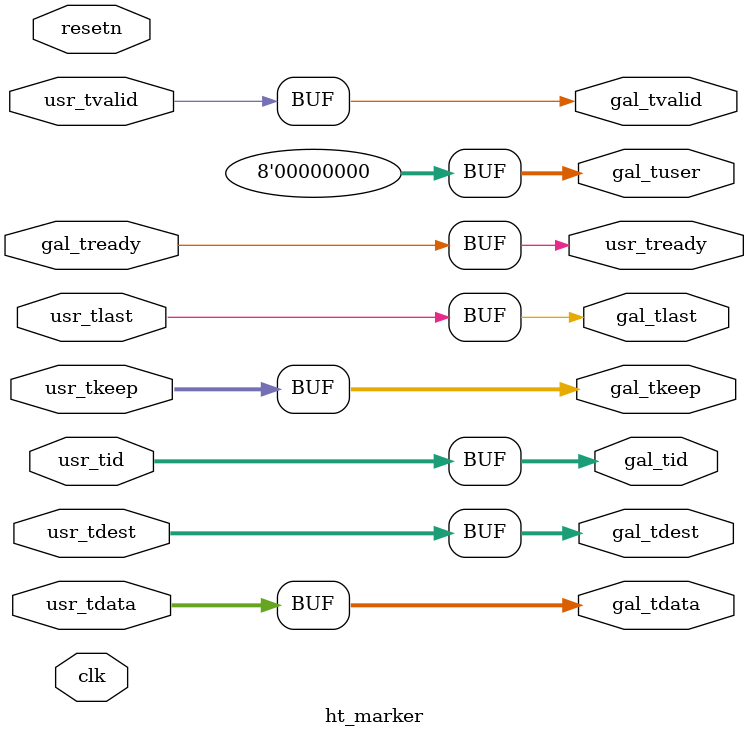
<source format=v>
`timescale 1 ps / 1 ps

module ht_marker
   (
    usr_tready,
    usr_tvalid,
    usr_tdata,
    usr_tdest,
    usr_tid,
    usr_tkeep,
    usr_tlast,
    gal_tready,
    gal_tvalid,
    gal_tdata,
    gal_tkeep,
    gal_tlast,
    gal_tuser,
    gal_tdest,
    gal_tid,
    clk,
    resetn
    );


  output usr_tready;
  input usr_tvalid;
  input [511:0] usr_tdata;
  input [63:0] usr_tkeep;
  input [7:0] usr_tdest;
  input [7:0] usr_tid;
  input usr_tlast;
  
  input gal_tready;
  output gal_tvalid;
  output [511:0] gal_tdata;
  output [63:0] gal_tkeep;
  output gal_tlast;
  output [7:0] gal_tuser;
  output [7:0] gal_tdest;
  output [7:0] gal_tid;
  
  input clk;
  input resetn;
  
  assign usr_tready = gal_tready;
  assign gal_tvalid = usr_tvalid;
  assign gal_tdata = usr_tdata;
  assign gal_tkeep = usr_tkeep;
  assign gal_tlast = usr_tlast;
  assign gal_tdest = usr_tdest;
  assign gal_tid = usr_tid;
  assign gal_tuser = 0;
endmodule

</source>
